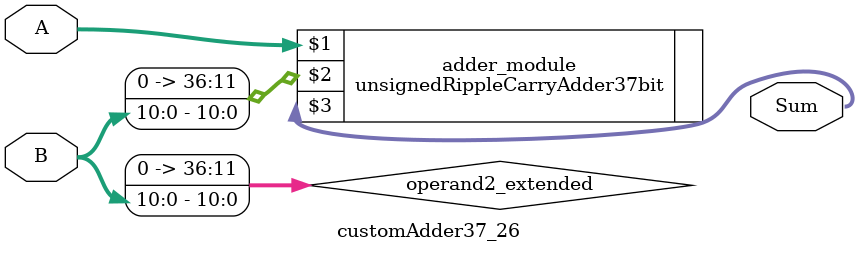
<source format=v>
module customAdder37_26(
                        input [36 : 0] A,
                        input [10 : 0] B,
                        
                        output [37 : 0] Sum
                );

        wire [36 : 0] operand2_extended;
        
        assign operand2_extended =  {26'b0, B};
        
        unsignedRippleCarryAdder37bit adder_module(
            A,
            operand2_extended,
            Sum
        );
        
        endmodule
        
</source>
